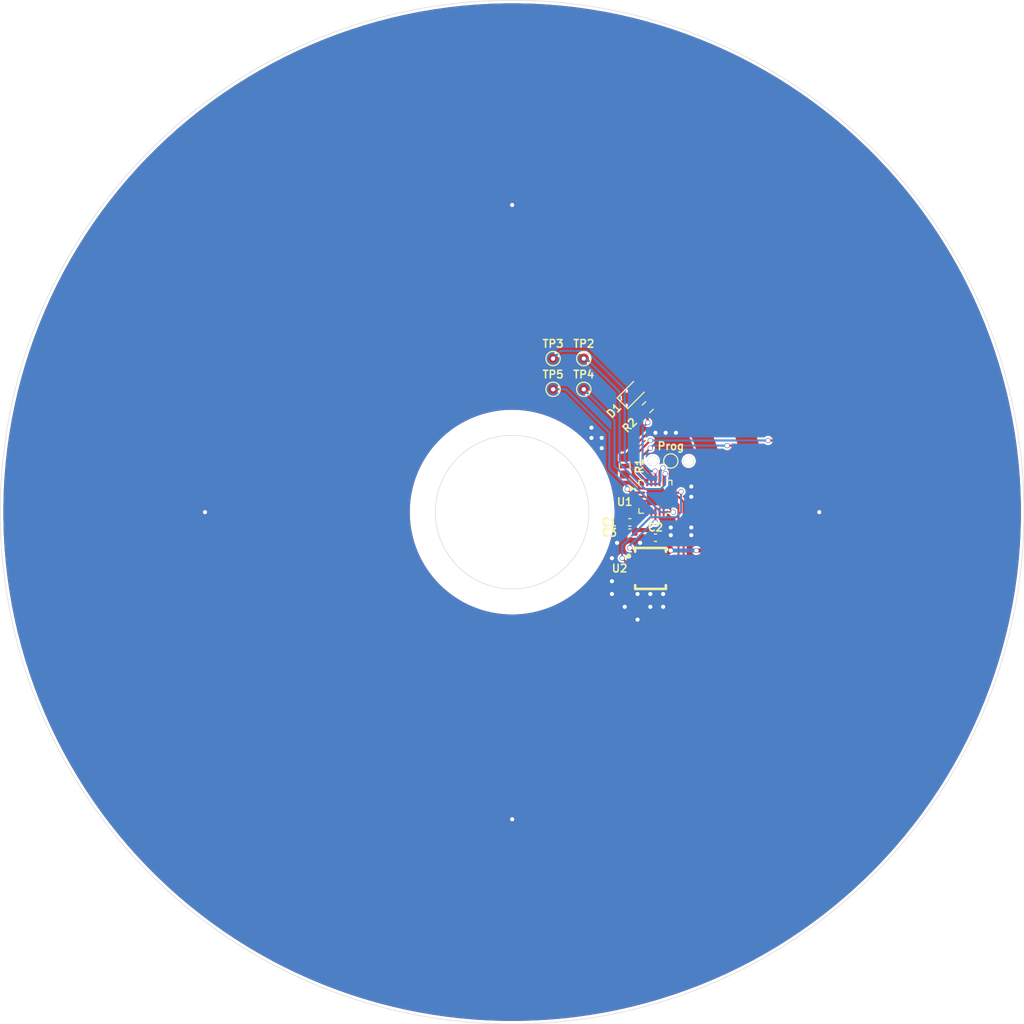
<source format=kicad_pcb>
(kicad_pcb (version 20241229) (generator "pcbnew") (generator_version "9.0")
  (layers (0 "F.Cu" signal) (2 "B.Cu" signal) (13 "F.Paste" user) (15 "B.Paste" user) (5 "F.SilkS" user "F.Silkscreen") (7 "B.SilkS" user "B.Silkscreen") (1 "F.Mask" user) (3 "B.Mask" user) (25 "Edge.Cuts" user))
  (net 0 "")
  (net 1 "+3V3")
  (net 2 "GND")
  (net 4 "/SCK")
  (net 5 "/MOSI")
  (net 6 "/UART_TX")
  (net 9 "/MISO")
  (net 10 "/SWIO")
  (net 11 "/RESET")
  (net 12 "/UART_RX")
  (net 13 "/LED")
  (net 14 "/CS")
  (net 17 "Net-(D1-A)")
  (net 18 "Net-(U1-PD2)")
  (net 19 "Net-(U1-PD3)")
  (net 20 "Net-(U1-PC4)")
  (net 21 "Net-(U1-PA1)")
  (footprint "TestPoint:TestPoint_Pad_D1.0mm" (layer "F.Cu") (at 157 85)
    (property "Reference" "TP2" (at 0 -1.448 0) (layer "F.SilkS") (effects (font (size 0.75 0.75))))
    (property "Value" "TestPoint")
    (fp_circle (center 0 0) (end 0 0.7) (stroke (width 0.12)) (fill no) (layer "F.SilkS"))
    (pad "1" smd circle (at 0 0) (size 1 1) (layers "F.Cu" "F.Mask") (net 18 "Net-(U1-PD2)"))
  )
  (footprint "easyeda2kicad:DFN-8_L4.0-W3.0-P0.80-TL-EP_GT5YL24A1Y520" (layer "F.Cu") (at 163.5 105.5)
    (property "Reference" "U2" (at -3 0 0) (layer "F.SilkS") (effects (font (size 0.75 0.75))))
    (property "Value" "BY25Q32ESHIG(R)")
    (fp_line (start -1.48 -2) (end -1.48 -1.63) (stroke (width 0.25)) (layer "F.SilkS"))
    (fp_line (start -1.48 -2) (end 1.52 -2) (stroke (width 0.25)) (layer "F.SilkS"))
    (fp_line (start -1.48 1.63) (end -1.48 2) (stroke (width 0.25)) (layer "F.SilkS"))
    (fp_line (start -1.48 2) (end 1.52 2) (stroke (width 0.25)) (layer "F.SilkS"))
    (fp_line (start 1.52 -1.63) (end 1.52 -2) (stroke (width 0.25)) (layer "F.SilkS"))
    (fp_line (start 1.52 2) (end 1.52 1.63) (stroke (width 0.25)) (layer "F.SilkS"))
    (fp_circle (center -2.12 -1.2) (end -1.99 -1.2) (stroke (width 0.25)) (fill no) (layer "F.SilkS"))
    (pad "1" smd rect (at -1.33 -1.2 270) (size 0.4 1) (layers "F.Cu" "F.Mask" "F.Paste") (net 14 "/CS"))
    (pad "2" smd rect (at -1.33 -0.4 270) (size 0.4 1) (layers "F.Cu" "F.Mask" "F.Paste") (net 9 "/MISO"))
    (pad "3" smd rect (at -1.33 0.4 270) (size 0.4 1) (layers "F.Cu" "F.Mask" "F.Paste") (net 1 "+3V3"))
    (pad "4" smd rect (at -1.33 1.2 270) (size 0.4 1) (layers "F.Cu" "F.Mask" "F.Paste") (net 2 "GND"))
    (pad "5" smd rect (at 1.32 1.2 270) (size 0.4 1) (layers "F.Cu" "F.Mask" "F.Paste") (net 5 "/MOSI"))
    (pad "6" smd rect (at 1.32 0.4 270) (size 0.4 1) (layers "F.Cu" "F.Mask" "F.Paste") (net 4 "/SCK"))
    (pad "7" smd rect (at 1.32 -0.4 270) (size 0.4 1) (layers "F.Cu" "F.Mask" "F.Paste") (net 1 "+3V3"))
    (pad "8" smd rect (at 1.32 -1.2 270) (size 0.4 1) (layers "F.Cu" "F.Mask" "F.Paste") (net 1 "+3V3"))
    (pad "9" smd rect (at 0 -0.8) (size 0.4 1.21) (layers "F.Cu" "F.Mask" "F.Paste") (net 2 "GND") (thermal_gap 0.1))
    (pad "10" smd rect (at 0 0.8) (size 0.4 1.21) (layers "F.Cu" "F.Mask" "F.Paste") (net 2 "GND") (thermal_gap 0.1))
  )
  (footprint "TestPoint:TestPoint_Pad_D1.0mm" (layer "F.Cu") (at 154 88)
    (property "Reference" "TP5" (at 0 -1.448 0) (layer "F.SilkS") (effects (font (size 0.75 0.75))))
    (property "Value" "TestPoint")
    (fp_circle (center 0 0) (end 0 0.7) (stroke (width 0.12)) (fill no) (layer "F.SilkS"))
    (pad "1" smd circle (at 0 0) (size 1 1) (layers "F.Cu" "F.Mask") (net 21 "Net-(U1-PA1)"))
  )
  (footprint "Resistor_SMD:R_0603_1608Metric" (layer "F.Cu") (at 163.25 89.75 45)
    (property "Reference" "R2" (at -2.5 0 45) (layer "F.SilkS") (effects (font (size 0.75 0.75))))
    (property "Value" "1k")
    (fp_line (start -0.237258 -0.5225) (end 0.237258 -0.5225) (stroke (width 0.12)) (layer "F.SilkS"))
    (fp_line (start -0.237258 0.5225) (end 0.237258 0.5225) (stroke (width 0.12)) (layer "F.SilkS"))
    (pad "1" smd roundrect (at -0.825 0 45) (size 0.8 0.95) (layers "F.Cu" "F.Mask" "F.Paste") (net 13 "/LED"))
    (pad "2" smd roundrect (at 0.825 0 45) (size 0.8 0.95) (layers "F.Cu" "F.Mask" "F.Paste") (net 17 "Net-(D1-A)"))
  )
  (footprint "Capacitor_SMD:C_0402_1005Metric" (layer "F.Cu") (at 161.5 101 180)
    (property "Reference" "C1" (at 2 0 0) (layer "F.SilkS") (effects (font (size 0.75 0.75))))
    (property "Value" "0.1u")
    (fp_line (start -0.107836 0.36) (end 0.107836 0.36) (stroke (width 0.12)) (layer "F.SilkS"))
    (fp_line (start -0.107836 -0.36) (end 0.107836 -0.36) (stroke (width 0.12)) (layer "F.SilkS"))
    (pad "1" smd roundrect (at -0.48 0 180) (size 0.56 0.62) (layers "F.Cu" "F.Mask" "F.Paste") (net 1 "+3V3"))
    (pad "2" smd roundrect (at 0.48 0 180) (size 0.56 0.62) (layers "F.Cu" "F.Mask" "F.Paste") (net 2 "GND"))
  )
  (footprint "Package_DFN_QFN:QFN-20-1EP_3x3mm_P0.4mm_EP1.65x1.65mm" (layer "F.Cu") (at 164 98.5)
    (property "Reference" "U1" (at -3 0.5 0) (layer "F.SilkS") (effects (font (size 0.75 0.75))))
    (property "Value" "CH32V003FxUx")
    (fp_line (start -1.61 -1.61) (end -1.16 -1.61) (stroke (width 0.12)) (layer "F.SilkS"))
    (fp_line (start -1.61 -1.16) (end -1.61 -1.61) (stroke (width 0.12)) (layer "F.SilkS"))
    (fp_line (start -1.61 1.61) (end -1.61 1.16) (stroke (width 0.12)) (layer "F.SilkS"))
    (fp_line (start -1.16 1.61) (end -1.61 1.61) (stroke (width 0.12)) (layer "F.SilkS"))
    (fp_line (start 1.16 -1.61) (end 1.61 -1.61) (stroke (width 0.12)) (layer "F.SilkS"))
    (fp_line (start 1.61 -1.61) (end 1.61 -1.16) (stroke (width 0.12)) (layer "F.SilkS"))
    (fp_line (start 1.61 1.16) (end 1.61 1.61) (stroke (width 0.12)) (layer "F.SilkS"))
    (fp_line (start 1.61 1.61) (end 1.16 1.61) (stroke (width 0.12)) (layer "F.SilkS"))
    (fp_poly (pts (xy -2.14 -0.8) (xy -2.47 -0.56) (xy -2.47 -1.04)) (stroke (width 0.12)) (fill yes) (layer "F.SilkS"))
    (pad "1" smd roundrect (at -1.45 -0.8) (size 0.85 0.2) (layers "F.Cu" "F.Mask" "F.Paste") (net 11 "/RESET"))
    (pad "2" smd roundrect (at -1.45 -0.4) (size 0.85 0.2) (layers "F.Cu" "F.Mask" "F.Paste") (net 21 "Net-(U1-PA1)"))
    (pad "3" smd roundrect (at -1.45 0) (size 0.85 0.2) (layers "F.Cu" "F.Mask" "F.Paste"))
    (pad "4" smd roundrect (at -1.45 0.4) (size 0.85 0.2) (layers "F.Cu" "F.Mask" "F.Paste") (net 2 "GND"))
    (pad "5" smd roundrect (at -1.45 0.8) (size 0.85 0.2) (layers "F.Cu" "F.Mask" "F.Paste"))
    (pad "6" smd roundrect (at -0.8 1.45) (size 0.2 0.85) (layers "F.Cu" "F.Mask" "F.Paste") (net 1 "+3V3"))
    (pad "7" smd roundrect (at -0.4 1.45) (size 0.2 0.85) (layers "F.Cu" "F.Mask" "F.Paste"))
    (pad "8" smd roundrect (at 0 1.45) (size 0.2 0.85) (layers "F.Cu" "F.Mask" "F.Paste") (net 14 "/CS"))
    (pad "9" smd roundrect (at 0.4 1.45) (size 0.2 0.85) (layers "F.Cu" "F.Mask" "F.Paste"))
    (pad "10" smd roundrect (at 0.8 1.45) (size 0.2 0.85) (layers "F.Cu" "F.Mask" "F.Paste"))
    (pad "11" smd roundrect (at 1.45 0.8) (size 0.85 0.2) (layers "F.Cu" "F.Mask" "F.Paste") (net 20 "Net-(U1-PC4)"))
    (pad "12" smd roundrect (at 1.45 0.4) (size 0.85 0.2) (layers "F.Cu" "F.Mask" "F.Paste") (net 4 "/SCK"))
    (pad "13" smd roundrect (at 1.45 0) (size 0.85 0.2) (layers "F.Cu" "F.Mask" "F.Paste") (net 5 "/MOSI"))
    (pad "14" smd roundrect (at 1.45 -0.4) (size 0.85 0.2) (layers "F.Cu" "F.Mask" "F.Paste") (net 9 "/MISO"))
    (pad "15" smd roundrect (at 1.45 -0.8) (size 0.85 0.2) (layers "F.Cu" "F.Mask" "F.Paste") (net 10 "/SWIO"))
    (pad "16" smd roundrect (at 0.8 -1.45) (size 0.2 0.85) (layers "F.Cu" "F.Mask" "F.Paste") (net 18 "Net-(U1-PD2)"))
    (pad "17" smd roundrect (at 0.4 -1.45) (size 0.2 0.85) (layers "F.Cu" "F.Mask" "F.Paste") (net 19 "Net-(U1-PD3)"))
    (pad "18" smd roundrect (at 0 -1.45) (size 0.2 0.85) (layers "F.Cu" "F.Mask" "F.Paste") (net 13 "/LED"))
    (pad "19" smd roundrect (at -0.4 -1.45) (size 0.2 0.85) (layers "F.Cu" "F.Mask" "F.Paste") (net 6 "/UART_TX"))
    (pad "20" smd roundrect (at -0.8 -1.45) (size 0.2 0.85) (layers "F.Cu" "F.Mask" "F.Paste") (net 12 "/UART_RX"))
    (pad "21" smd rect (at 0 0) (size 1.65 1.65) (property pad_prop_heatsink) (layers "F.Cu" "F.Mask") (net 2 "GND"))
  )
  (footprint "Capacitor_SMD:C_0402_1005Metric" (layer "F.Cu") (at 161.5 102 180)
    (property "Reference" "C3" (at 2 0 0) (layer "F.SilkS") (effects (font (size 0.75 0.75))))
    (property "Value" "1u")
    (fp_line (start -0.107836 0.36) (end 0.107836 0.36) (stroke (width 0.12)) (layer "F.SilkS"))
    (fp_line (start -0.107836 -0.36) (end 0.107836 -0.36) (stroke (width 0.12)) (layer "F.SilkS"))
    (pad "1" smd roundrect (at -0.48 0 180) (size 0.56 0.62) (layers "F.Cu" "F.Mask" "F.Paste") (net 1 "+3V3"))
    (pad "2" smd roundrect (at 0.48 0 180) (size 0.56 0.62) (layers "F.Cu" "F.Mask" "F.Paste") (net 2 "GND"))
  )
  (footprint "LED_SMD:LED_0603_1608Metric" (layer "F.Cu") (at 161.82 88.32 45)
    (property "Reference" "D1" (at -2.57 -0.07 45) (layer "F.SilkS") (effects (font (size 0.75 0.75))))
    (property "Value" "LED")
    (fp_line (start -1.485 -0.735) (end -1.485 0.735) (stroke (width 0.12)) (layer "F.SilkS"))
    (fp_line (start -1.485 0.735) (end 0.8 0.735) (stroke (width 0.12)) (layer "F.SilkS"))
    (fp_line (start 0.8 -0.735) (end -1.485 -0.735) (stroke (width 0.12)) (layer "F.SilkS"))
    (pad "1" smd roundrect (at -0.787501 0 45) (size 0.875 0.95) (layers "F.Cu" "F.Mask" "F.Paste") (net 2 "GND"))
    (pad "2" smd roundrect (at 0.787501 0 45) (size 0.875 0.95) (layers "F.Cu" "F.Mask" "F.Paste") (net 17 "Net-(D1-A)"))
  )
  (footprint "Capacitor_SMD:C_0402_1005Metric" (layer "F.Cu") (at 164 102.5 180)
    (property "Reference" "C2" (at 0 1 180) (layer "F.SilkS") (effects (font (size 0.75 0.75))))
    (property "Value" "0.1u")
    (fp_line (start -0.107836 0.36) (end 0.107836 0.36) (stroke (width 0.12)) (layer "F.SilkS"))
    (fp_line (start -0.107836 -0.36) (end 0.107836 -0.36) (stroke (width 0.12)) (layer "F.SilkS"))
    (pad "1" smd roundrect (at -0.48 0 180) (size 0.56 0.62) (layers "F.Cu" "F.Mask" "F.Paste") (net 1 "+3V3"))
    (pad "2" smd roundrect (at 0.48 0 180) (size 0.56 0.62) (layers "F.Cu" "F.Mask" "F.Paste") (net 2 "GND"))
  )
  (footprint "TestPoint:TestPoint_Pad_D1.0mm" (layer "F.Cu") (at 165.5 95)
    (property "Reference" "Prog" (at 0 -1.448 0) (layer "F.SilkS") (effects (font (size 0.75 0.75))))
    (property "Value" "TestPoint")
    (fp_circle (center 0 0) (end 0 0.7) (stroke (width 0.12)) (fill no) (layer "F.SilkS"))
    (pad "1" smd circle (at 0 0) (size 1 1) (layers "F.Cu" "F.Mask") (net 10 "/SWIO"))
  )
  (footprint "TestPoint:TestPoint_Pad_D1.0mm" (layer "F.Cu") (at 157 88)
    (property "Reference" "TP4" (at 0 -1.448 0) (layer "F.SilkS") (effects (font (size 0.75 0.75))))
    (property "Value" "TestPoint")
    (fp_circle (center 0 0) (end 0 0.7) (stroke (width 0.12)) (fill no) (layer "F.SilkS"))
    (pad "1" smd circle (at 0 0) (size 1 1) (layers "F.Cu" "F.Mask") (net 20 "Net-(U1-PC4)"))
  )
  (footprint "Resistor_SMD:R_0603_1608Metric" (layer "F.Cu") (at 161 95.5 -90)
    (property "Reference" "R1" (at 0 -1.43 90) (layer "F.SilkS") (effects (font (size 0.75 0.75))))
    (property "Value" "10k")
    (fp_line (start -0.237258 0.5225) (end 0.237258 0.5225) (stroke (width 0.12)) (layer "F.SilkS"))
    (fp_line (start -0.237258 -0.5225) (end 0.237258 -0.5225) (stroke (width 0.12)) (layer "F.SilkS"))
    (pad "1" smd roundrect (at -0.825 0 270) (size 0.8 0.95) (layers "F.Cu" "F.Mask" "F.Paste") (net 11 "/RESET"))
    (pad "2" smd roundrect (at 0.825 0 270) (size 0.8 0.95) (layers "F.Cu" "F.Mask" "F.Paste") (net 1 "+3V3"))
  )
  (footprint "TestPoint:TestPoint_Pad_D1.0mm" (layer "F.Cu") (at 154 85)
    (property "Reference" "TP3" (at 0 -1.448 0) (layer "F.SilkS") (effects (font (size 0.75 0.75))))
    (property "Value" "TestPoint")
    (fp_circle (center 0 0) (end 0 0.7) (stroke (width 0.12)) (fill no) (layer "F.SilkS"))
    (pad "1" smd circle (at 0 0) (size 1 1) (layers "F.Cu" "F.Mask") (net 19 "Net-(U1-PD3)"))
  )
  (gr_circle (center 150 100) (end 174 100) (stroke (width 2)) (fill no) (layers "F.Cu" "F.Mask") (net 6))
  (gr_circle (center 150 100) (end 178 100) (stroke (width 2)) (fill no) (layers "F.Cu" "F.Mask") (net 12))
  (gr_circle (center 150 100) (end 182 100) (stroke (width 2)) (fill no) (layers "F.Cu" "F.Mask") (net 2))
  (gr_circle (center 150 100) (end 150 120) (stroke (width 2)) (fill no) (layers "F.Cu" "F.Mask") (net 1))
  (gr_circle (center 150 100) (end 186 100) (stroke (width 2)) (fill no) (layers "B.Cu" "B.Mask") (net 2))
  (gr_circle (center 150 100) (end 150 50) (stroke (width 0.05)) (fill no) (layer "Edge.Cuts"))
  (gr_circle (center 150 100) (end 150 92.5) (stroke (width 0.05)) (fill no) (layer "Edge.Cuts"))
  (via (at 167.25 95) (size 1) (drill 1) (layers "F.Cu" "B.Cu") (net 0))
  (via (at 163.75 95) (size 1) (drill 1) (layers "F.Cu" "B.Cu") (net 0))
  (segment (start 164.48 102.5) (end 164.48 101.98) (width 0.4) (layer "F.Cu") (net 1))
  (segment (start 163.03 99.95) (end 161.98 101) (width 0.4) (layer "F.Cu") (net 1))
  (segment (start 164.25 101.75) (end 162.23 101.75) (width 0.4) (layer "F.Cu") (net 1))
  (segment (start 160.85 105.9) (end 160.5 106.25) (width 0.4) (layer "F.Cu") (net 1))
  (segment (start 162.23 101.75) (end 161.98 102) (width 0.4) (layer "F.Cu") (net 1))
  (segment (start 170 105) (end 168.5 106.5) (width 0.2) (layer "F.Cu") (net 1))
  (segment (start 170 100) (end 170 105) (width 0.2) (layer "F.Cu") (net 1))
  (segment (start 162.17 105.9) (end 160.85 105.9) (width 0.4) (layer "F.Cu") (net 1))
  (segment (start 163 110) (end 166.75 110) (width 0.4) (layer "F.Cu") (net 1))
  (segment (start 164.82 104.3) (end 164.95 104.3) (width 0.4) (layer "F.Cu") (net 1))
  (segment (start 163.2 99.95) (end 163.03 99.95) (width 0.4) (layer "F.Cu") (net 1))
  (segment (start 168 103.75) (end 169.25 103.75) (width 0.4) (layer "F.Cu") (net 1))
  (segment (start 169.5 103.5) (end 169.5 93) (width 0.2) (layer "F.Cu") (net 1))
  (segment (start 164.82 104.3) (end 164.82 105.1) (width 0.4) (layer "F.Cu") (net 1))
  (segment (start 168.5 106.5) (end 168.5 108.25) (width 0.2) (layer "F.Cu") (net 1))
  (segment (start 165.5 103.75) (end 165.5 103.52) (width 0.4) (layer "F.Cu") (net 1))
  (segment (start 161 94.5) (end 161 94.675) (width 0.2) (layer "F.Cu") (net 1))
  (segment (start 169.5 93) (end 168.25 91.75) (width 0.2) (layer "F.Cu") (net 1))
  (segment (start 164.95 104.3) (end 165.5 103.75) (width 0.4) (layer "F.Cu") (net 1))
  (segment (start 161.98 101) (end 161.98 102) (width 0.4) (layer "F.Cu") (net 1))
  (segment (start 160.5 107.5) (end 163 110) (width 0.4) (layer "F.Cu") (net 1))
  (segment (start 169.25 103.75) (end 169.5 103.5) (width 0.2) (layer "F.Cu") (net 1))
  (segment (start 168.25 91.75) (end 163.75 91.75) (width 0.2) (layer "F.Cu") (net 1))
  (segment (start 160.5 106.25) (end 160.5 107.5) (width 0.4) (layer "F.Cu") (net 1))
  (segment (start 164.48 101.98) (end 164.25 101.75) (width 0.4) (layer "F.Cu") (net 1))
  (segment (start 165.5 103.52) (end 164.48 102.5) (width 0.4) (layer "F.Cu") (net 1))
  (segment (start 163.75 91.75) (end 161 94.5) (width 0.2) (layer "F.Cu") (net 1))
  (segment (start 168.5 108.25) (end 166.75 110) (width 0.2) (layer "F.Cu") (net 1))
  (via (at 165.5 103.75) (size 0.5) (drill 0.4) (layers "F.Cu" "B.Cu") (net 1))
  (via (at 168 103.75) (size 0.5) (drill 0.4) (layers "F.Cu" "B.Cu") (net 1))
  (segment (start 165.5 103.75) (end 168 103.75) (width 0.4) (layer "B.Cu") (net 1))
  (segment (start 150 132) (end 150 130) (width 0.5) (layer "F.Cu") (net 2))
  (segment (start 182 100) (end 180 100) (width 0.5) (layer "F.Cu") (net 2))
  (segment (start 150 68) (end 150 70) (width 0.5) (layer "F.Cu") (net 2))
  (segment (start 118 100) (end 120 100) (width 0.5) (layer "F.Cu") (net 2))
  (via (at 161 109.25) (size 0.5) (drill 0.4) (layers "F.Cu" "B.Cu") (net 2))
  (via (at 158.75 92.75) (size 0.5) (drill 0.4) (layers "F.Cu" "B.Cu") (net 2))
  (via (at 159.75 108) (size 0.5) (drill 0.4) (layers "F.Cu" "B.Cu") (net 2))
  (via (at 159.75 104.5) (size 0.5) (drill 0.4) (layers "F.Cu" "B.Cu") (net 2))
  (via (at 165.5 101.5) (size 0.5) (drill 0.4) (layers "F.Cu" "B.Cu") (net 2))
  (via (at 167.5 98.5) (size 0.5) (drill 0.4) (layers "F.Cu" "B.Cu") (net 2))
  (via (at 157.75 91.75) (size 0.5) (drill 0.4) (layers "F.Cu" "B.Cu") (net 2))
  (via (at 162.25 108) (size 0.5) (drill 0.4) (layers "F.Cu" "B.Cu") (net 2))
  (via (at 162.25 110.5) (size 0.5) (drill 0.4) (layers "F.Cu" "B.Cu") (net 2))
  (via (at 164.75 108) (size 0.5) (drill 0.4) (layers "F.Cu" "B.Cu") (net 2))
  (via (at 180 100) (size 0.5) (drill 0.4) (layers "F.Cu" "B.Cu") (net 2))
  (via (at 162.5 103) (size 0.5) (drill 0.4) (layers "F.Cu" "B.Cu") (net 2))
  (via (at 164 92.25) (size 0.5) (drill 0.4) (layers "F.Cu" "B.Cu") (net 2))
  (via (at 150 130) (size 0.5) (drill 0.4) (layers "F.Cu" "B.Cu") (net 2))
  (via (at 166 92.25) (size 0.5) (drill 0.4) (layers "F.Cu" "B.Cu") (net 2))
  (via (at 167.5 97.5) (size 0.5) (drill 0.4) (layers "F.Cu" "B.Cu") (net 2))
  (via (at 163.5 108) (size 0.5) (drill 0.4) (layers "F.Cu" "B.Cu") (net 2))
  (via (at 163.5 109.25) (size 0.5) (drill 0.4) (layers "F.Cu" "B.Cu") (net 2))
  (via (at 165.5 102.25) (size 0.5) (drill 0.4) (layers "F.Cu" "B.Cu") (net 2))
  (via (at 150 70) (size 0.5) (drill 0.4) (layers "F.Cu" "B.Cu") (net 2))
  (via (at 157.75 92.75) (size 0.5) (drill 0.4) (layers "F.Cu" "B.Cu") (net 2))
  (via (at 164.75 109.25) (size 0.5) (drill 0.4) (layers "F.Cu" "B.Cu") (net 2))
  (via (at 167.5 101.5) (size 0.5) (drill 0.4) (layers "F.Cu" "B.Cu") (net 2))
  (via (at 167.5 102.25) (size 0.5) (drill 0.4) (layers "F.Cu" "B.Cu") (net 2))
  (via (at 159.75 106.75) (size 0.5) (drill 0.4) (layers "F.Cu" "B.Cu") (net 2))
  (via (at 120 100) (size 0.5) (drill 0.4) (layers "F.Cu" "B.Cu") (net 2))
  (via (at 160.25 103) (size 0.5) (drill 0.4) (layers "F.Cu" "B.Cu") (net 2))
  (via (at 158.75 93.75) (size 0.5) (drill 0.4) (layers "F.Cu" "B.Cu") (net 2))
  (via (at 165 92.25) (size 0.5) (drill 0.4) (layers "F.Cu" "B.Cu") (net 2))
  (segment (start 166.25 99.275) (end 165.875 98.9) (width 0.2) (layer "F.Cu") (net 4))
  (segment (start 165.12 105.9) (end 166.25 104.77) (width 0.2) (layer "F.Cu") (net 4))
  (segment (start 165.875 98.9) (end 165.45 98.9) (width 0.2) (layer "F.Cu") (net 4))
  (segment (start 166.25 104.77) (end 166.25 99.275) (width 0.2) (layer "F.Cu") (net 4))
  (segment (start 164.82 105.9) (end 165.12 105.9) (width 0.2) (layer "F.Cu") (net 4))
  (segment (start 166.25 98.5) (end 165.45 98.5) (width 0.2) (layer "F.Cu") (net 5))
  (segment (start 166.75 99) (end 166.25 98.5) (width 0.2) (layer "F.Cu") (net 5))
  (segment (start 164.82 106.7) (end 165.122 106.7) (width 0.2) (layer "F.Cu") (net 5))
  (segment (start 165.122 106.7) (end 166.75 105.072) (width 0.2) (layer "F.Cu") (net 5))
  (segment (start 166.75 105.072) (end 166.75 99) (width 0.2) (layer "F.Cu") (net 5))
  (segment (start 163.6 96.35) (end 162.75 95.5) (width 0.2) (layer "F.Cu") (net 6))
  (segment (start 172.5 93.5) (end 173.25 94.25) (width 0.2) (layer "F.Cu") (net 6))
  (segment (start 162.75 94.5) (end 163.5 93.75) (width 0.2) (layer "F.Cu") (net 6))
  (segment (start 173.25 94.75) (end 174 95.5) (width 0.2) (layer "F.Cu") (net 6))
  (segment (start 162.75 95.5) (end 162.75 94.5) (width 0.2) (layer "F.Cu") (net 6))
  (segment (start 163.6 97.05) (end 163.6 96.35) (width 0.2) (layer "F.Cu") (net 6))
  (segment (start 173.25 94.25) (end 173.25 94.75) (width 0.2) (layer "F.Cu") (net 6))
  (segment (start 171 93.5) (end 172.5 93.5) (width 0.2) (layer "F.Cu") (net 6))
  (segment (start 174 95.5) (end 174 100) (width 0.2) (layer "F.Cu") (net 6))
  (via (at 171 93.5) (size 0.5) (drill 0.4) (layers "F.Cu" "B.Cu") (net 6))
  (via (at 163.5 93.75) (size 0.5) (drill 0.4) (layers "F.Cu" "B.Cu") (net 6))
  (segment (start 171 93.5) (end 163.75 93.5) (width 0.2) (layer "B.Cu") (net 6))
  (segment (start 163.75 93.5) (end 163.5 93.75) (width 0.2) (layer "B.Cu") (net 6))
  (segment (start 160.75 104.5) (end 161.35 105.1) (width 0.2) (layer "F.Cu") (net 9))
  (segment (start 165.45 98.1) (end 166.4 98.1) (width 0.2) (layer "F.Cu") (net 9))
  (segment (start 166.4 98.1) (end 166.5 98) (width 0.2) (layer "F.Cu") (net 9))
  (segment (start 161.35 105.1) (end 162.17 105.1) (width 0.2) (layer "F.Cu") (net 9))
  (via (at 166.5 98) (size 0.5) (drill 0.4) (layers "F.Cu" "B.Cu") (net 9))
  (via (at 160.75 104.5) (size 0.5) (drill 0.4) (layers "F.Cu" "B.Cu") (net 9))
  (segment (start 160.75 103.25) (end 160.75 104.5) (width 0.2) (layer "B.Cu") (net 9))
  (segment (start 166 100.5) (end 163.5 100.5) (width 0.2) (layer "B.Cu") (net 9))
  (segment (start 163.5 100.5) (end 160.75 103.25) (width 0.2) (layer "B.Cu") (net 9))
  (segment (start 166.5 100) (end 166 100.5) (width 0.2) (layer "B.Cu") (net 9))
  (segment (start 166.5 98) (end 166.5 100) (width 0.2) (layer "B.Cu") (net 9))
  (segment (start 165.45 97.7) (end 165.45 95.05) (width 0.3) (layer "F.Cu") (net 10))
  (segment (start 165.45 95.05) (end 165.5 95) (width 0.3) (layer "F.Cu") (net 10))
  (segment (start 161.175 96.325) (end 161 96.325) (width 0.2) (layer "F.Cu") (net 11))
  (segment (start 162.55 97.7) (end 161.175 96.325) (width 0.2) (layer "F.Cu") (net 11))
  (segment (start 175 93) (end 177 93) (width 0.2) (layer "F.Cu") (net 12))
  (segment (start 178 94) (end 178 100) (width 0.2) (layer "F.Cu") (net 12))
  (segment (start 177 93) (end 178 94) (width 0.2) (layer "F.Cu") (net 12))
  (segment (start 162.25 94.25) (end 162.25 96.1) (width 0.2) (layer "F.Cu") (net 12))
  (segment (start 163.5 93) (end 162.25 94.25) (width 0.2) (layer "F.Cu") (net 12))
  (segment (start 162.25 96.1) (end 163.2 97.05) (width 0.2) (layer "F.Cu") (net 12))
  (via (at 175 93) (size 0.5) (drill 0.4) (layers "F.Cu" "B.Cu") (net 12))
  (via (at 163.5 93) (size 0.5) (drill 0.4) (layers "F.Cu" "B.Cu") (net 12))
  (segment (start 175 93) (end 163.5 93) (width 0.2) (layer "B.Cu") (net 12))
  (segment (start 163.25 90.916726) (end 162.666637 90.333363) (width 0.2) (layer "F.Cu") (net 13))
  (segment (start 164 97.05) (end 164 96.046954) (width 0.2) (layer "F.Cu") (net 13))
  (segment (start 164 96.046954) (end 163.950565 95.997519) (width 0.2) (layer "F.Cu") (net 13))
  (segment (start 163.25 91.25) (end 163.25 90.916726) (width 0.2) (layer "F.Cu") (net 13))
  (via (at 163.25 91.25) (size 0.5) (drill 0.4) (layers "F.Cu" "B.Cu") (net 13))
  (via (at 163.950565 95.997519) (size 0.5) (drill 0.4) (layers "F.Cu" "B.Cu") (net 13))
  (segment (start 163.497519 95.997519) (end 162.75 95.25) (width 0.2) (layer "B.Cu") (net 13))
  (segment (start 162.75 91.75) (end 163.25 91.25) (width 0.2) (layer "B.Cu") (net 13))
  (segment (start 162.75 95.25) (end 162.75 91.75) (width 0.2) (layer "B.Cu") (net 13))
  (segment (start 163.950565 95.997519) (end 163.497519 95.997519) (width 0.2) (layer "B.Cu") (net 13))
  (segment (start 162.17 104.3) (end 162.17 104.17) (width 0.2) (layer "F.Cu") (net 14))
  (segment (start 162.17 104.17) (end 161.5 103.5) (width 0.2) (layer "F.Cu") (net 14))
  (segment (start 164 101) (end 164 99.95) (width 0.2) (layer "F.Cu") (net 14))
  (via (at 161.5 103.5) (size 0.5) (drill 0.4) (layers "F.Cu" "B.Cu") (net 14))
  (via (at 164 101) (size 0.5) (drill 0.4) (layers "F.Cu" "B.Cu") (net 14))
  (segment (start 161.5 103.25) (end 163.75 101) (width 0.2) (layer "B.Cu") (net 14))
  (segment (start 161.5 103.5) (end 161.5 103.25) (width 0.2) (layer "B.Cu") (net 14))
  (segment (start 163.75 101) (end 164 101) (width 0.2) (layer "B.Cu") (net 14))
  (segment (start 164.8 97.05) (end 164.8 96.4) (width 0.2) (layer "F.Cu") (net 18))
  (segment (start 164.8 96.4) (end 164.95 96.25) (width 0.2) (layer "F.Cu") (net 18))
  (via (at 164.95 96.25) (size 0.5) (drill 0.4) (layers "F.Cu" "B.Cu") (net 18))
  (via (at 157 85) (size 0.5) (drill 0.4) (layers "F.Cu" "B.Cu") (net 18))
  (segment (start 160.5 95.25) (end 160.5 88.25) (width 0.2) (layer "B.Cu") (net 18))
  (segment (start 164.95 97.3) (end 164.5 97.75) (width 0.2) (layer "B.Cu") (net 18))
  (segment (start 163 97.75) (end 160.5 95.25) (width 0.2) (layer "B.Cu") (net 18))
  (segment (start 164.5 97.75) (end 163 97.75) (width 0.2) (layer "B.Cu") (net 18))
  (segment (start 164.95 96.25) (end 164.95 97.3) (width 0.2) (layer "B.Cu") (net 18))
  (segment (start 157.25 85) (end 157 85) (width 0.2) (layer "B.Cu") (net 18))
  (segment (start 160.5 88.25) (end 157.25 85) (width 0.2) (layer "B.Cu") (net 18))
  (segment (start 164.4 96.020077) (end 164.727165 95.692912) (width 0.2) (layer "F.Cu") (net 19))
  (segment (start 164.4 97.05) (end 164.4 96.020077) (width 0.2) (layer "F.Cu") (net 19))
  (via (at 164.727165 95.692912) (size 0.5) (drill 0.4) (layers "F.Cu" "B.Cu") (net 19))
  (via (at 154 85) (size 0.5) (drill 0.4) (layers "F.Cu" "B.Cu") (net 19))
  (segment (start 154.75 84.25) (end 154 85) (width 0.2) (layer "B.Cu") (net 19))
  (segment (start 163.25 97.25) (end 161 95) (width 0.2) (layer "B.Cu") (net 19))
  (segment (start 164.727165 95.692912) (end 164.5 95.920077) (width 0.2) (layer "B.Cu") (net 19))
  (segment (start 157.25 84.25) (end 154.75 84.25) (width 0.2) (layer "B.Cu") (net 19))
  (segment (start 164.5 97) (end 164.25 97.25) (width 0.2) (layer "B.Cu") (net 19))
  (segment (start 164.25 97.25) (end 163.25 97.25) (width 0.2) (layer "B.Cu") (net 19))
  (segment (start 161 88) (end 157.25 84.25) (width 0.2) (layer "B.Cu") (net 19))
  (segment (start 164.5 95.920077) (end 164.5 97) (width 0.2) (layer "B.Cu") (net 19))
  (segment (start 161 95) (end 161 88) (width 0.2) (layer "B.Cu") (net 19))
  (segment (start 165.45 99.3) (end 165.45 99.7) (width 0.2) (layer "F.Cu") (net 20))
  (segment (start 165.45 99.7) (end 165.75 100) (width 0.2) (layer "F.Cu") (net 20))
  (via (at 157 88) (size 0.5) (drill 0.4) (layers "F.Cu" "B.Cu") (net 20))
  (via (at 165.75 100) (size 0.5) (drill 0.4) (layers "F.Cu" "B.Cu") (net 20))
  (segment (start 165.75 100) (end 164.5 100) (width 0.2) (layer "B.Cu") (net 20))
  (segment (start 164.5 100) (end 160 95.5) (width 0.2) (layer "B.Cu") (net 20))
  (segment (start 160 91) (end 157 88) (width 0.2) (layer "B.Cu") (net 20))
  (segment (start 160 95.5) (end 160 91) (width 0.2) (layer "B.Cu") (net 20))
  (segment (start 162.55 98.1) (end 161.6 98.1) (width 0.2) (layer "F.Cu") (net 21))
  (segment (start 161.6 98.1) (end 161.25 97.75) (width 0.2) (layer "F.Cu") (net 21))
  (via (at 161.25 97.75) (size 0.5) (drill 0.4) (layers "F.Cu" "B.Cu") (net 21))
  (via (at 154 88) (size 0.5) (drill 0.4) (layers "F.Cu" "B.Cu") (net 21))
  (segment (start 155.25 88) (end 154 88) (width 0.2) (layer "B.Cu") (net 21))
  (segment (start 161.25 97.5) (end 159.5 95.75) (width 0.2) (layer "B.Cu") (net 21))
  (segment (start 161.25 97.75) (end 161.25 97.5) (width 0.2) (layer "B.Cu") (net 21))
  (segment (start 159.5 95.75) (end 159.5 92.25) (width 0.2) (layer "B.Cu") (net 21))
  (segment (start 159.5 92.25) (end 155.25 88) (width 0.2) (layer "B.Cu") (net 21))
  (zone (net 0) (net_name "") (layers "F.Cu" "B.Cu") (connect_pads (clearance 0)) (min_thickness 0.25)
    (keepout (tracks not_allowed) (vias not_allowed) (pads not_allowed) (copperpour not_allowed) (footprints allowed))
    (fill (thermal_gap 0.5) (thermal_bridge_width 0.5))
    (polygon (pts (arc (start 140 100) (mid 160 100) (end 140 100))))
  )
  (zone (net 2) (net_name "GND") (layers "F.Cu" "B.Cu") (priority 1) (connect_pads (clearance 0.2)) (min_thickness 0.1) (fill yes (thermal_gap 0.3) (thermal_bridge_width 0.5))
    (polygon (pts (xy 100 50) (xy 200 50) (xy 200 150) (xy 100 150)))
  )
)
</source>
